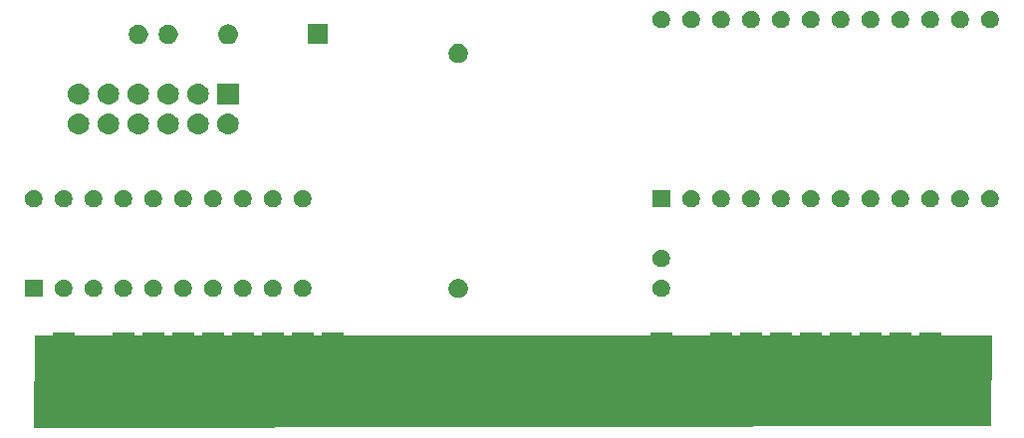
<source format=gts>
G04 #@! TF.GenerationSoftware,KiCad,Pcbnew,(5.1.4)-1*
G04 #@! TF.CreationDate,2020-05-29T14:17:48+02:00*
G04 #@! TF.ProjectId,RTC8088,52544338-3038-4382-9e6b-696361645f70,rev?*
G04 #@! TF.SameCoordinates,Original*
G04 #@! TF.FileFunction,Soldermask,Top*
G04 #@! TF.FilePolarity,Negative*
%FSLAX46Y46*%
G04 Gerber Fmt 4.6, Leading zero omitted, Abs format (unit mm)*
G04 Created by KiCad (PCBNEW (5.1.4)-1) date 2020-05-29 14:17:48*
%MOMM*%
%LPD*%
G04 APERTURE LIST*
%ADD10C,0.100000*%
G04 APERTURE END LIST*
D10*
G36*
X186690000Y-106934000D02*
G01*
X105410000Y-107061000D01*
X105537000Y-99314000D01*
X186817000Y-99314000D01*
X186690000Y-106934000D01*
G37*
X186690000Y-106934000D02*
X105410000Y-107061000D01*
X105537000Y-99314000D01*
X186817000Y-99314000D01*
X186690000Y-106934000D01*
G36*
X182550000Y-106731000D02*
G01*
X180670000Y-106731000D01*
X180670000Y-99009000D01*
X182550000Y-99009000D01*
X182550000Y-106731000D01*
X182550000Y-106731000D01*
G37*
G36*
X131750000Y-106731000D02*
G01*
X129870000Y-106731000D01*
X129870000Y-99009000D01*
X131750000Y-99009000D01*
X131750000Y-106731000D01*
X131750000Y-106731000D01*
G37*
G36*
X164770000Y-106731000D02*
G01*
X162890000Y-106731000D01*
X162890000Y-99009000D01*
X164770000Y-99009000D01*
X164770000Y-106731000D01*
X164770000Y-106731000D01*
G37*
G36*
X167310000Y-106731000D02*
G01*
X165430000Y-106731000D01*
X165430000Y-99009000D01*
X167310000Y-99009000D01*
X167310000Y-106731000D01*
X167310000Y-106731000D01*
G37*
G36*
X169850000Y-106731000D02*
G01*
X167970000Y-106731000D01*
X167970000Y-99009000D01*
X169850000Y-99009000D01*
X169850000Y-106731000D01*
X169850000Y-106731000D01*
G37*
G36*
X172390000Y-106731000D02*
G01*
X170510000Y-106731000D01*
X170510000Y-99009000D01*
X172390000Y-99009000D01*
X172390000Y-106731000D01*
X172390000Y-106731000D01*
G37*
G36*
X174930000Y-106731000D02*
G01*
X173050000Y-106731000D01*
X173050000Y-99009000D01*
X174930000Y-99009000D01*
X174930000Y-106731000D01*
X174930000Y-106731000D01*
G37*
G36*
X177470000Y-106731000D02*
G01*
X175590000Y-106731000D01*
X175590000Y-99009000D01*
X177470000Y-99009000D01*
X177470000Y-106731000D01*
X177470000Y-106731000D01*
G37*
G36*
X159690000Y-106731000D02*
G01*
X157810000Y-106731000D01*
X157810000Y-99009000D01*
X159690000Y-99009000D01*
X159690000Y-106731000D01*
X159690000Y-106731000D01*
G37*
G36*
X180010000Y-106731000D02*
G01*
X178130000Y-106731000D01*
X178130000Y-99009000D01*
X180010000Y-99009000D01*
X180010000Y-106731000D01*
X180010000Y-106731000D01*
G37*
G36*
X126670000Y-106731000D02*
G01*
X124790000Y-106731000D01*
X124790000Y-99009000D01*
X126670000Y-99009000D01*
X126670000Y-106731000D01*
X126670000Y-106731000D01*
G37*
G36*
X124130000Y-106731000D02*
G01*
X122250000Y-106731000D01*
X122250000Y-99009000D01*
X124130000Y-99009000D01*
X124130000Y-106731000D01*
X124130000Y-106731000D01*
G37*
G36*
X121590000Y-106731000D02*
G01*
X119710000Y-106731000D01*
X119710000Y-99009000D01*
X121590000Y-99009000D01*
X121590000Y-106731000D01*
X121590000Y-106731000D01*
G37*
G36*
X119050000Y-106731000D02*
G01*
X117170000Y-106731000D01*
X117170000Y-99009000D01*
X119050000Y-99009000D01*
X119050000Y-106731000D01*
X119050000Y-106731000D01*
G37*
G36*
X116510000Y-106731000D02*
G01*
X114630000Y-106731000D01*
X114630000Y-99009000D01*
X116510000Y-99009000D01*
X116510000Y-106731000D01*
X116510000Y-106731000D01*
G37*
G36*
X113970000Y-106731000D02*
G01*
X112090000Y-106731000D01*
X112090000Y-99009000D01*
X113970000Y-99009000D01*
X113970000Y-106731000D01*
X113970000Y-106731000D01*
G37*
G36*
X108890000Y-106731000D02*
G01*
X107010000Y-106731000D01*
X107010000Y-99009000D01*
X108890000Y-99009000D01*
X108890000Y-106731000D01*
X108890000Y-106731000D01*
G37*
G36*
X129210000Y-106731000D02*
G01*
X127330000Y-106731000D01*
X127330000Y-99009000D01*
X129210000Y-99009000D01*
X129210000Y-106731000D01*
X129210000Y-106731000D01*
G37*
G36*
X141721948Y-94498722D02*
G01*
X141869907Y-94560009D01*
X142003061Y-94648979D01*
X142116307Y-94762225D01*
X142205277Y-94895379D01*
X142266564Y-95043338D01*
X142297806Y-95200405D01*
X142297806Y-95360555D01*
X142266564Y-95517622D01*
X142205277Y-95665581D01*
X142116307Y-95798735D01*
X142003061Y-95911981D01*
X141869907Y-96000951D01*
X141721948Y-96062238D01*
X141564881Y-96093480D01*
X141404731Y-96093480D01*
X141247664Y-96062238D01*
X141099705Y-96000951D01*
X140966551Y-95911981D01*
X140853305Y-95798735D01*
X140764335Y-95665581D01*
X140703048Y-95517622D01*
X140671806Y-95360555D01*
X140671806Y-95200405D01*
X140703048Y-95043338D01*
X140764335Y-94895379D01*
X140853305Y-94762225D01*
X140966551Y-94648979D01*
X141099705Y-94560009D01*
X141247664Y-94498722D01*
X141404731Y-94467480D01*
X141564881Y-94467480D01*
X141721948Y-94498722D01*
X141721948Y-94498722D01*
G37*
G36*
X115664425Y-94504599D02*
G01*
X115788621Y-94529302D01*
X115925022Y-94585801D01*
X116047779Y-94667825D01*
X116152175Y-94772221D01*
X116234199Y-94894978D01*
X116290698Y-95031379D01*
X116319500Y-95176181D01*
X116319500Y-95323819D01*
X116290698Y-95468621D01*
X116234199Y-95605022D01*
X116152175Y-95727779D01*
X116047779Y-95832175D01*
X115925022Y-95914199D01*
X115788621Y-95970698D01*
X115664425Y-95995401D01*
X115643820Y-95999500D01*
X115496180Y-95999500D01*
X115475575Y-95995401D01*
X115351379Y-95970698D01*
X115214978Y-95914199D01*
X115092221Y-95832175D01*
X114987825Y-95727779D01*
X114905801Y-95605022D01*
X114849302Y-95468621D01*
X114820500Y-95323819D01*
X114820500Y-95176181D01*
X114849302Y-95031379D01*
X114905801Y-94894978D01*
X114987825Y-94772221D01*
X115092221Y-94667825D01*
X115214978Y-94585801D01*
X115351379Y-94529302D01*
X115475575Y-94504599D01*
X115496180Y-94500500D01*
X115643820Y-94500500D01*
X115664425Y-94504599D01*
X115664425Y-94504599D01*
G37*
G36*
X123284425Y-94504599D02*
G01*
X123408621Y-94529302D01*
X123545022Y-94585801D01*
X123667779Y-94667825D01*
X123772175Y-94772221D01*
X123854199Y-94894978D01*
X123910698Y-95031379D01*
X123939500Y-95176181D01*
X123939500Y-95323819D01*
X123910698Y-95468621D01*
X123854199Y-95605022D01*
X123772175Y-95727779D01*
X123667779Y-95832175D01*
X123545022Y-95914199D01*
X123408621Y-95970698D01*
X123284425Y-95995401D01*
X123263820Y-95999500D01*
X123116180Y-95999500D01*
X123095575Y-95995401D01*
X122971379Y-95970698D01*
X122834978Y-95914199D01*
X122712221Y-95832175D01*
X122607825Y-95727779D01*
X122525801Y-95605022D01*
X122469302Y-95468621D01*
X122440500Y-95323819D01*
X122440500Y-95176181D01*
X122469302Y-95031379D01*
X122525801Y-94894978D01*
X122607825Y-94772221D01*
X122712221Y-94667825D01*
X122834978Y-94585801D01*
X122971379Y-94529302D01*
X123095575Y-94504599D01*
X123116180Y-94500500D01*
X123263820Y-94500500D01*
X123284425Y-94504599D01*
X123284425Y-94504599D01*
G37*
G36*
X120744425Y-94504599D02*
G01*
X120868621Y-94529302D01*
X121005022Y-94585801D01*
X121127779Y-94667825D01*
X121232175Y-94772221D01*
X121314199Y-94894978D01*
X121370698Y-95031379D01*
X121399500Y-95176181D01*
X121399500Y-95323819D01*
X121370698Y-95468621D01*
X121314199Y-95605022D01*
X121232175Y-95727779D01*
X121127779Y-95832175D01*
X121005022Y-95914199D01*
X120868621Y-95970698D01*
X120744425Y-95995401D01*
X120723820Y-95999500D01*
X120576180Y-95999500D01*
X120555575Y-95995401D01*
X120431379Y-95970698D01*
X120294978Y-95914199D01*
X120172221Y-95832175D01*
X120067825Y-95727779D01*
X119985801Y-95605022D01*
X119929302Y-95468621D01*
X119900500Y-95323819D01*
X119900500Y-95176181D01*
X119929302Y-95031379D01*
X119985801Y-94894978D01*
X120067825Y-94772221D01*
X120172221Y-94667825D01*
X120294978Y-94585801D01*
X120431379Y-94529302D01*
X120555575Y-94504599D01*
X120576180Y-94500500D01*
X120723820Y-94500500D01*
X120744425Y-94504599D01*
X120744425Y-94504599D01*
G37*
G36*
X118204425Y-94504599D02*
G01*
X118328621Y-94529302D01*
X118465022Y-94585801D01*
X118587779Y-94667825D01*
X118692175Y-94772221D01*
X118774199Y-94894978D01*
X118830698Y-95031379D01*
X118859500Y-95176181D01*
X118859500Y-95323819D01*
X118830698Y-95468621D01*
X118774199Y-95605022D01*
X118692175Y-95727779D01*
X118587779Y-95832175D01*
X118465022Y-95914199D01*
X118328621Y-95970698D01*
X118204425Y-95995401D01*
X118183820Y-95999500D01*
X118036180Y-95999500D01*
X118015575Y-95995401D01*
X117891379Y-95970698D01*
X117754978Y-95914199D01*
X117632221Y-95832175D01*
X117527825Y-95727779D01*
X117445801Y-95605022D01*
X117389302Y-95468621D01*
X117360500Y-95323819D01*
X117360500Y-95176181D01*
X117389302Y-95031379D01*
X117445801Y-94894978D01*
X117527825Y-94772221D01*
X117632221Y-94667825D01*
X117754978Y-94585801D01*
X117891379Y-94529302D01*
X118015575Y-94504599D01*
X118036180Y-94500500D01*
X118183820Y-94500500D01*
X118204425Y-94504599D01*
X118204425Y-94504599D01*
G37*
G36*
X113124425Y-94504599D02*
G01*
X113248621Y-94529302D01*
X113385022Y-94585801D01*
X113507779Y-94667825D01*
X113612175Y-94772221D01*
X113694199Y-94894978D01*
X113750698Y-95031379D01*
X113779500Y-95176181D01*
X113779500Y-95323819D01*
X113750698Y-95468621D01*
X113694199Y-95605022D01*
X113612175Y-95727779D01*
X113507779Y-95832175D01*
X113385022Y-95914199D01*
X113248621Y-95970698D01*
X113124425Y-95995401D01*
X113103820Y-95999500D01*
X112956180Y-95999500D01*
X112935575Y-95995401D01*
X112811379Y-95970698D01*
X112674978Y-95914199D01*
X112552221Y-95832175D01*
X112447825Y-95727779D01*
X112365801Y-95605022D01*
X112309302Y-95468621D01*
X112280500Y-95323819D01*
X112280500Y-95176181D01*
X112309302Y-95031379D01*
X112365801Y-94894978D01*
X112447825Y-94772221D01*
X112552221Y-94667825D01*
X112674978Y-94585801D01*
X112811379Y-94529302D01*
X112935575Y-94504599D01*
X112956180Y-94500500D01*
X113103820Y-94500500D01*
X113124425Y-94504599D01*
X113124425Y-94504599D01*
G37*
G36*
X108044425Y-94504599D02*
G01*
X108168621Y-94529302D01*
X108305022Y-94585801D01*
X108427779Y-94667825D01*
X108532175Y-94772221D01*
X108614199Y-94894978D01*
X108670698Y-95031379D01*
X108699500Y-95176181D01*
X108699500Y-95323819D01*
X108670698Y-95468621D01*
X108614199Y-95605022D01*
X108532175Y-95727779D01*
X108427779Y-95832175D01*
X108305022Y-95914199D01*
X108168621Y-95970698D01*
X108044425Y-95995401D01*
X108023820Y-95999500D01*
X107876180Y-95999500D01*
X107855575Y-95995401D01*
X107731379Y-95970698D01*
X107594978Y-95914199D01*
X107472221Y-95832175D01*
X107367825Y-95727779D01*
X107285801Y-95605022D01*
X107229302Y-95468621D01*
X107200500Y-95323819D01*
X107200500Y-95176181D01*
X107229302Y-95031379D01*
X107285801Y-94894978D01*
X107367825Y-94772221D01*
X107472221Y-94667825D01*
X107594978Y-94585801D01*
X107731379Y-94529302D01*
X107855575Y-94504599D01*
X107876180Y-94500500D01*
X108023820Y-94500500D01*
X108044425Y-94504599D01*
X108044425Y-94504599D01*
G37*
G36*
X106159500Y-95999500D02*
G01*
X104660500Y-95999500D01*
X104660500Y-94500500D01*
X106159500Y-94500500D01*
X106159500Y-95999500D01*
X106159500Y-95999500D01*
G37*
G36*
X158844425Y-94504599D02*
G01*
X158968621Y-94529302D01*
X159105022Y-94585801D01*
X159227779Y-94667825D01*
X159332175Y-94772221D01*
X159414199Y-94894978D01*
X159470698Y-95031379D01*
X159499500Y-95176181D01*
X159499500Y-95323819D01*
X159470698Y-95468621D01*
X159414199Y-95605022D01*
X159332175Y-95727779D01*
X159227779Y-95832175D01*
X159105022Y-95914199D01*
X158968621Y-95970698D01*
X158844425Y-95995401D01*
X158823820Y-95999500D01*
X158676180Y-95999500D01*
X158655575Y-95995401D01*
X158531379Y-95970698D01*
X158394978Y-95914199D01*
X158272221Y-95832175D01*
X158167825Y-95727779D01*
X158085801Y-95605022D01*
X158029302Y-95468621D01*
X158000500Y-95323819D01*
X158000500Y-95176181D01*
X158029302Y-95031379D01*
X158085801Y-94894978D01*
X158167825Y-94772221D01*
X158272221Y-94667825D01*
X158394978Y-94585801D01*
X158531379Y-94529302D01*
X158655575Y-94504599D01*
X158676180Y-94500500D01*
X158823820Y-94500500D01*
X158844425Y-94504599D01*
X158844425Y-94504599D01*
G37*
G36*
X125824425Y-94504599D02*
G01*
X125948621Y-94529302D01*
X126085022Y-94585801D01*
X126207779Y-94667825D01*
X126312175Y-94772221D01*
X126394199Y-94894978D01*
X126450698Y-95031379D01*
X126479500Y-95176181D01*
X126479500Y-95323819D01*
X126450698Y-95468621D01*
X126394199Y-95605022D01*
X126312175Y-95727779D01*
X126207779Y-95832175D01*
X126085022Y-95914199D01*
X125948621Y-95970698D01*
X125824425Y-95995401D01*
X125803820Y-95999500D01*
X125656180Y-95999500D01*
X125635575Y-95995401D01*
X125511379Y-95970698D01*
X125374978Y-95914199D01*
X125252221Y-95832175D01*
X125147825Y-95727779D01*
X125065801Y-95605022D01*
X125009302Y-95468621D01*
X124980500Y-95323819D01*
X124980500Y-95176181D01*
X125009302Y-95031379D01*
X125065801Y-94894978D01*
X125147825Y-94772221D01*
X125252221Y-94667825D01*
X125374978Y-94585801D01*
X125511379Y-94529302D01*
X125635575Y-94504599D01*
X125656180Y-94500500D01*
X125803820Y-94500500D01*
X125824425Y-94504599D01*
X125824425Y-94504599D01*
G37*
G36*
X128364425Y-94504599D02*
G01*
X128488621Y-94529302D01*
X128625022Y-94585801D01*
X128747779Y-94667825D01*
X128852175Y-94772221D01*
X128934199Y-94894978D01*
X128990698Y-95031379D01*
X129019500Y-95176181D01*
X129019500Y-95323819D01*
X128990698Y-95468621D01*
X128934199Y-95605022D01*
X128852175Y-95727779D01*
X128747779Y-95832175D01*
X128625022Y-95914199D01*
X128488621Y-95970698D01*
X128364425Y-95995401D01*
X128343820Y-95999500D01*
X128196180Y-95999500D01*
X128175575Y-95995401D01*
X128051379Y-95970698D01*
X127914978Y-95914199D01*
X127792221Y-95832175D01*
X127687825Y-95727779D01*
X127605801Y-95605022D01*
X127549302Y-95468621D01*
X127520500Y-95323819D01*
X127520500Y-95176181D01*
X127549302Y-95031379D01*
X127605801Y-94894978D01*
X127687825Y-94772221D01*
X127792221Y-94667825D01*
X127914978Y-94585801D01*
X128051379Y-94529302D01*
X128175575Y-94504599D01*
X128196180Y-94500500D01*
X128343820Y-94500500D01*
X128364425Y-94504599D01*
X128364425Y-94504599D01*
G37*
G36*
X110584425Y-94504599D02*
G01*
X110708621Y-94529302D01*
X110845022Y-94585801D01*
X110967779Y-94667825D01*
X111072175Y-94772221D01*
X111154199Y-94894978D01*
X111210698Y-95031379D01*
X111239500Y-95176181D01*
X111239500Y-95323819D01*
X111210698Y-95468621D01*
X111154199Y-95605022D01*
X111072175Y-95727779D01*
X110967779Y-95832175D01*
X110845022Y-95914199D01*
X110708621Y-95970698D01*
X110584425Y-95995401D01*
X110563820Y-95999500D01*
X110416180Y-95999500D01*
X110395575Y-95995401D01*
X110271379Y-95970698D01*
X110134978Y-95914199D01*
X110012221Y-95832175D01*
X109907825Y-95727779D01*
X109825801Y-95605022D01*
X109769302Y-95468621D01*
X109740500Y-95323819D01*
X109740500Y-95176181D01*
X109769302Y-95031379D01*
X109825801Y-94894978D01*
X109907825Y-94772221D01*
X110012221Y-94667825D01*
X110134978Y-94585801D01*
X110271379Y-94529302D01*
X110395575Y-94504599D01*
X110416180Y-94500500D01*
X110563820Y-94500500D01*
X110584425Y-94504599D01*
X110584425Y-94504599D01*
G37*
G36*
X158844425Y-91964599D02*
G01*
X158968621Y-91989302D01*
X159105022Y-92045801D01*
X159227779Y-92127825D01*
X159332175Y-92232221D01*
X159414199Y-92354978D01*
X159470698Y-92491379D01*
X159499500Y-92636181D01*
X159499500Y-92783819D01*
X159470698Y-92928621D01*
X159414199Y-93065022D01*
X159332175Y-93187779D01*
X159227779Y-93292175D01*
X159105022Y-93374199D01*
X158968621Y-93430698D01*
X158844425Y-93455401D01*
X158823820Y-93459500D01*
X158676180Y-93459500D01*
X158655575Y-93455401D01*
X158531379Y-93430698D01*
X158394978Y-93374199D01*
X158272221Y-93292175D01*
X158167825Y-93187779D01*
X158085801Y-93065022D01*
X158029302Y-92928621D01*
X158000500Y-92783819D01*
X158000500Y-92636181D01*
X158029302Y-92491379D01*
X158085801Y-92354978D01*
X158167825Y-92232221D01*
X158272221Y-92127825D01*
X158394978Y-92045801D01*
X158531379Y-91989302D01*
X158655575Y-91964599D01*
X158676180Y-91960500D01*
X158823820Y-91960500D01*
X158844425Y-91964599D01*
X158844425Y-91964599D01*
G37*
G36*
X128364425Y-86884599D02*
G01*
X128488621Y-86909302D01*
X128625022Y-86965801D01*
X128747779Y-87047825D01*
X128852175Y-87152221D01*
X128934199Y-87274978D01*
X128990698Y-87411379D01*
X129019500Y-87556181D01*
X129019500Y-87703819D01*
X128990698Y-87848621D01*
X128934199Y-87985022D01*
X128852175Y-88107779D01*
X128747779Y-88212175D01*
X128625022Y-88294199D01*
X128488621Y-88350698D01*
X128364425Y-88375401D01*
X128343820Y-88379500D01*
X128196180Y-88379500D01*
X128175575Y-88375401D01*
X128051379Y-88350698D01*
X127914978Y-88294199D01*
X127792221Y-88212175D01*
X127687825Y-88107779D01*
X127605801Y-87985022D01*
X127549302Y-87848621D01*
X127520500Y-87703819D01*
X127520500Y-87556181D01*
X127549302Y-87411379D01*
X127605801Y-87274978D01*
X127687825Y-87152221D01*
X127792221Y-87047825D01*
X127914978Y-86965801D01*
X128051379Y-86909302D01*
X128175575Y-86884599D01*
X128196180Y-86880500D01*
X128343820Y-86880500D01*
X128364425Y-86884599D01*
X128364425Y-86884599D01*
G37*
G36*
X159499500Y-88379500D02*
G01*
X158000500Y-88379500D01*
X158000500Y-86880500D01*
X159499500Y-86880500D01*
X159499500Y-88379500D01*
X159499500Y-88379500D01*
G37*
G36*
X161384425Y-86884599D02*
G01*
X161508621Y-86909302D01*
X161645022Y-86965801D01*
X161767779Y-87047825D01*
X161872175Y-87152221D01*
X161954199Y-87274978D01*
X162010698Y-87411379D01*
X162039500Y-87556181D01*
X162039500Y-87703819D01*
X162010698Y-87848621D01*
X161954199Y-87985022D01*
X161872175Y-88107779D01*
X161767779Y-88212175D01*
X161645022Y-88294199D01*
X161508621Y-88350698D01*
X161384425Y-88375401D01*
X161363820Y-88379500D01*
X161216180Y-88379500D01*
X161195575Y-88375401D01*
X161071379Y-88350698D01*
X160934978Y-88294199D01*
X160812221Y-88212175D01*
X160707825Y-88107779D01*
X160625801Y-87985022D01*
X160569302Y-87848621D01*
X160540500Y-87703819D01*
X160540500Y-87556181D01*
X160569302Y-87411379D01*
X160625801Y-87274978D01*
X160707825Y-87152221D01*
X160812221Y-87047825D01*
X160934978Y-86965801D01*
X161071379Y-86909302D01*
X161195575Y-86884599D01*
X161216180Y-86880500D01*
X161363820Y-86880500D01*
X161384425Y-86884599D01*
X161384425Y-86884599D01*
G37*
G36*
X163924425Y-86884599D02*
G01*
X164048621Y-86909302D01*
X164185022Y-86965801D01*
X164307779Y-87047825D01*
X164412175Y-87152221D01*
X164494199Y-87274978D01*
X164550698Y-87411379D01*
X164579500Y-87556181D01*
X164579500Y-87703819D01*
X164550698Y-87848621D01*
X164494199Y-87985022D01*
X164412175Y-88107779D01*
X164307779Y-88212175D01*
X164185022Y-88294199D01*
X164048621Y-88350698D01*
X163924425Y-88375401D01*
X163903820Y-88379500D01*
X163756180Y-88379500D01*
X163735575Y-88375401D01*
X163611379Y-88350698D01*
X163474978Y-88294199D01*
X163352221Y-88212175D01*
X163247825Y-88107779D01*
X163165801Y-87985022D01*
X163109302Y-87848621D01*
X163080500Y-87703819D01*
X163080500Y-87556181D01*
X163109302Y-87411379D01*
X163165801Y-87274978D01*
X163247825Y-87152221D01*
X163352221Y-87047825D01*
X163474978Y-86965801D01*
X163611379Y-86909302D01*
X163735575Y-86884599D01*
X163756180Y-86880500D01*
X163903820Y-86880500D01*
X163924425Y-86884599D01*
X163924425Y-86884599D01*
G37*
G36*
X169004425Y-86884599D02*
G01*
X169128621Y-86909302D01*
X169265022Y-86965801D01*
X169387779Y-87047825D01*
X169492175Y-87152221D01*
X169574199Y-87274978D01*
X169630698Y-87411379D01*
X169659500Y-87556181D01*
X169659500Y-87703819D01*
X169630698Y-87848621D01*
X169574199Y-87985022D01*
X169492175Y-88107779D01*
X169387779Y-88212175D01*
X169265022Y-88294199D01*
X169128621Y-88350698D01*
X169004425Y-88375401D01*
X168983820Y-88379500D01*
X168836180Y-88379500D01*
X168815575Y-88375401D01*
X168691379Y-88350698D01*
X168554978Y-88294199D01*
X168432221Y-88212175D01*
X168327825Y-88107779D01*
X168245801Y-87985022D01*
X168189302Y-87848621D01*
X168160500Y-87703819D01*
X168160500Y-87556181D01*
X168189302Y-87411379D01*
X168245801Y-87274978D01*
X168327825Y-87152221D01*
X168432221Y-87047825D01*
X168554978Y-86965801D01*
X168691379Y-86909302D01*
X168815575Y-86884599D01*
X168836180Y-86880500D01*
X168983820Y-86880500D01*
X169004425Y-86884599D01*
X169004425Y-86884599D01*
G37*
G36*
X171544425Y-86884599D02*
G01*
X171668621Y-86909302D01*
X171805022Y-86965801D01*
X171927779Y-87047825D01*
X172032175Y-87152221D01*
X172114199Y-87274978D01*
X172170698Y-87411379D01*
X172199500Y-87556181D01*
X172199500Y-87703819D01*
X172170698Y-87848621D01*
X172114199Y-87985022D01*
X172032175Y-88107779D01*
X171927779Y-88212175D01*
X171805022Y-88294199D01*
X171668621Y-88350698D01*
X171544425Y-88375401D01*
X171523820Y-88379500D01*
X171376180Y-88379500D01*
X171355575Y-88375401D01*
X171231379Y-88350698D01*
X171094978Y-88294199D01*
X170972221Y-88212175D01*
X170867825Y-88107779D01*
X170785801Y-87985022D01*
X170729302Y-87848621D01*
X170700500Y-87703819D01*
X170700500Y-87556181D01*
X170729302Y-87411379D01*
X170785801Y-87274978D01*
X170867825Y-87152221D01*
X170972221Y-87047825D01*
X171094978Y-86965801D01*
X171231379Y-86909302D01*
X171355575Y-86884599D01*
X171376180Y-86880500D01*
X171523820Y-86880500D01*
X171544425Y-86884599D01*
X171544425Y-86884599D01*
G37*
G36*
X176624425Y-86884599D02*
G01*
X176748621Y-86909302D01*
X176885022Y-86965801D01*
X177007779Y-87047825D01*
X177112175Y-87152221D01*
X177194199Y-87274978D01*
X177250698Y-87411379D01*
X177279500Y-87556181D01*
X177279500Y-87703819D01*
X177250698Y-87848621D01*
X177194199Y-87985022D01*
X177112175Y-88107779D01*
X177007779Y-88212175D01*
X176885022Y-88294199D01*
X176748621Y-88350698D01*
X176624425Y-88375401D01*
X176603820Y-88379500D01*
X176456180Y-88379500D01*
X176435575Y-88375401D01*
X176311379Y-88350698D01*
X176174978Y-88294199D01*
X176052221Y-88212175D01*
X175947825Y-88107779D01*
X175865801Y-87985022D01*
X175809302Y-87848621D01*
X175780500Y-87703819D01*
X175780500Y-87556181D01*
X175809302Y-87411379D01*
X175865801Y-87274978D01*
X175947825Y-87152221D01*
X176052221Y-87047825D01*
X176174978Y-86965801D01*
X176311379Y-86909302D01*
X176435575Y-86884599D01*
X176456180Y-86880500D01*
X176603820Y-86880500D01*
X176624425Y-86884599D01*
X176624425Y-86884599D01*
G37*
G36*
X179164425Y-86884599D02*
G01*
X179288621Y-86909302D01*
X179425022Y-86965801D01*
X179547779Y-87047825D01*
X179652175Y-87152221D01*
X179734199Y-87274978D01*
X179790698Y-87411379D01*
X179819500Y-87556181D01*
X179819500Y-87703819D01*
X179790698Y-87848621D01*
X179734199Y-87985022D01*
X179652175Y-88107779D01*
X179547779Y-88212175D01*
X179425022Y-88294199D01*
X179288621Y-88350698D01*
X179164425Y-88375401D01*
X179143820Y-88379500D01*
X178996180Y-88379500D01*
X178975575Y-88375401D01*
X178851379Y-88350698D01*
X178714978Y-88294199D01*
X178592221Y-88212175D01*
X178487825Y-88107779D01*
X178405801Y-87985022D01*
X178349302Y-87848621D01*
X178320500Y-87703819D01*
X178320500Y-87556181D01*
X178349302Y-87411379D01*
X178405801Y-87274978D01*
X178487825Y-87152221D01*
X178592221Y-87047825D01*
X178714978Y-86965801D01*
X178851379Y-86909302D01*
X178975575Y-86884599D01*
X178996180Y-86880500D01*
X179143820Y-86880500D01*
X179164425Y-86884599D01*
X179164425Y-86884599D01*
G37*
G36*
X181704425Y-86884599D02*
G01*
X181828621Y-86909302D01*
X181965022Y-86965801D01*
X182087779Y-87047825D01*
X182192175Y-87152221D01*
X182274199Y-87274978D01*
X182330698Y-87411379D01*
X182359500Y-87556181D01*
X182359500Y-87703819D01*
X182330698Y-87848621D01*
X182274199Y-87985022D01*
X182192175Y-88107779D01*
X182087779Y-88212175D01*
X181965022Y-88294199D01*
X181828621Y-88350698D01*
X181704425Y-88375401D01*
X181683820Y-88379500D01*
X181536180Y-88379500D01*
X181515575Y-88375401D01*
X181391379Y-88350698D01*
X181254978Y-88294199D01*
X181132221Y-88212175D01*
X181027825Y-88107779D01*
X180945801Y-87985022D01*
X180889302Y-87848621D01*
X180860500Y-87703819D01*
X180860500Y-87556181D01*
X180889302Y-87411379D01*
X180945801Y-87274978D01*
X181027825Y-87152221D01*
X181132221Y-87047825D01*
X181254978Y-86965801D01*
X181391379Y-86909302D01*
X181515575Y-86884599D01*
X181536180Y-86880500D01*
X181683820Y-86880500D01*
X181704425Y-86884599D01*
X181704425Y-86884599D01*
G37*
G36*
X184244425Y-86884599D02*
G01*
X184368621Y-86909302D01*
X184505022Y-86965801D01*
X184627779Y-87047825D01*
X184732175Y-87152221D01*
X184814199Y-87274978D01*
X184870698Y-87411379D01*
X184899500Y-87556181D01*
X184899500Y-87703819D01*
X184870698Y-87848621D01*
X184814199Y-87985022D01*
X184732175Y-88107779D01*
X184627779Y-88212175D01*
X184505022Y-88294199D01*
X184368621Y-88350698D01*
X184244425Y-88375401D01*
X184223820Y-88379500D01*
X184076180Y-88379500D01*
X184055575Y-88375401D01*
X183931379Y-88350698D01*
X183794978Y-88294199D01*
X183672221Y-88212175D01*
X183567825Y-88107779D01*
X183485801Y-87985022D01*
X183429302Y-87848621D01*
X183400500Y-87703819D01*
X183400500Y-87556181D01*
X183429302Y-87411379D01*
X183485801Y-87274978D01*
X183567825Y-87152221D01*
X183672221Y-87047825D01*
X183794978Y-86965801D01*
X183931379Y-86909302D01*
X184055575Y-86884599D01*
X184076180Y-86880500D01*
X184223820Y-86880500D01*
X184244425Y-86884599D01*
X184244425Y-86884599D01*
G37*
G36*
X186784425Y-86884599D02*
G01*
X186908621Y-86909302D01*
X187045022Y-86965801D01*
X187167779Y-87047825D01*
X187272175Y-87152221D01*
X187354199Y-87274978D01*
X187410698Y-87411379D01*
X187439500Y-87556181D01*
X187439500Y-87703819D01*
X187410698Y-87848621D01*
X187354199Y-87985022D01*
X187272175Y-88107779D01*
X187167779Y-88212175D01*
X187045022Y-88294199D01*
X186908621Y-88350698D01*
X186784425Y-88375401D01*
X186763820Y-88379500D01*
X186616180Y-88379500D01*
X186595575Y-88375401D01*
X186471379Y-88350698D01*
X186334978Y-88294199D01*
X186212221Y-88212175D01*
X186107825Y-88107779D01*
X186025801Y-87985022D01*
X185969302Y-87848621D01*
X185940500Y-87703819D01*
X185940500Y-87556181D01*
X185969302Y-87411379D01*
X186025801Y-87274978D01*
X186107825Y-87152221D01*
X186212221Y-87047825D01*
X186334978Y-86965801D01*
X186471379Y-86909302D01*
X186595575Y-86884599D01*
X186616180Y-86880500D01*
X186763820Y-86880500D01*
X186784425Y-86884599D01*
X186784425Y-86884599D01*
G37*
G36*
X174084425Y-86884599D02*
G01*
X174208621Y-86909302D01*
X174345022Y-86965801D01*
X174467779Y-87047825D01*
X174572175Y-87152221D01*
X174654199Y-87274978D01*
X174710698Y-87411379D01*
X174739500Y-87556181D01*
X174739500Y-87703819D01*
X174710698Y-87848621D01*
X174654199Y-87985022D01*
X174572175Y-88107779D01*
X174467779Y-88212175D01*
X174345022Y-88294199D01*
X174208621Y-88350698D01*
X174084425Y-88375401D01*
X174063820Y-88379500D01*
X173916180Y-88379500D01*
X173895575Y-88375401D01*
X173771379Y-88350698D01*
X173634978Y-88294199D01*
X173512221Y-88212175D01*
X173407825Y-88107779D01*
X173325801Y-87985022D01*
X173269302Y-87848621D01*
X173240500Y-87703819D01*
X173240500Y-87556181D01*
X173269302Y-87411379D01*
X173325801Y-87274978D01*
X173407825Y-87152221D01*
X173512221Y-87047825D01*
X173634978Y-86965801D01*
X173771379Y-86909302D01*
X173895575Y-86884599D01*
X173916180Y-86880500D01*
X174063820Y-86880500D01*
X174084425Y-86884599D01*
X174084425Y-86884599D01*
G37*
G36*
X166464425Y-86884599D02*
G01*
X166588621Y-86909302D01*
X166725022Y-86965801D01*
X166847779Y-87047825D01*
X166952175Y-87152221D01*
X167034199Y-87274978D01*
X167090698Y-87411379D01*
X167119500Y-87556181D01*
X167119500Y-87703819D01*
X167090698Y-87848621D01*
X167034199Y-87985022D01*
X166952175Y-88107779D01*
X166847779Y-88212175D01*
X166725022Y-88294199D01*
X166588621Y-88350698D01*
X166464425Y-88375401D01*
X166443820Y-88379500D01*
X166296180Y-88379500D01*
X166275575Y-88375401D01*
X166151379Y-88350698D01*
X166014978Y-88294199D01*
X165892221Y-88212175D01*
X165787825Y-88107779D01*
X165705801Y-87985022D01*
X165649302Y-87848621D01*
X165620500Y-87703819D01*
X165620500Y-87556181D01*
X165649302Y-87411379D01*
X165705801Y-87274978D01*
X165787825Y-87152221D01*
X165892221Y-87047825D01*
X166014978Y-86965801D01*
X166151379Y-86909302D01*
X166275575Y-86884599D01*
X166296180Y-86880500D01*
X166443820Y-86880500D01*
X166464425Y-86884599D01*
X166464425Y-86884599D01*
G37*
G36*
X105504425Y-86884599D02*
G01*
X105628621Y-86909302D01*
X105765022Y-86965801D01*
X105887779Y-87047825D01*
X105992175Y-87152221D01*
X106074199Y-87274978D01*
X106130698Y-87411379D01*
X106159500Y-87556181D01*
X106159500Y-87703819D01*
X106130698Y-87848621D01*
X106074199Y-87985022D01*
X105992175Y-88107779D01*
X105887779Y-88212175D01*
X105765022Y-88294199D01*
X105628621Y-88350698D01*
X105504425Y-88375401D01*
X105483820Y-88379500D01*
X105336180Y-88379500D01*
X105315575Y-88375401D01*
X105191379Y-88350698D01*
X105054978Y-88294199D01*
X104932221Y-88212175D01*
X104827825Y-88107779D01*
X104745801Y-87985022D01*
X104689302Y-87848621D01*
X104660500Y-87703819D01*
X104660500Y-87556181D01*
X104689302Y-87411379D01*
X104745801Y-87274978D01*
X104827825Y-87152221D01*
X104932221Y-87047825D01*
X105054978Y-86965801D01*
X105191379Y-86909302D01*
X105315575Y-86884599D01*
X105336180Y-86880500D01*
X105483820Y-86880500D01*
X105504425Y-86884599D01*
X105504425Y-86884599D01*
G37*
G36*
X108044425Y-86884599D02*
G01*
X108168621Y-86909302D01*
X108305022Y-86965801D01*
X108427779Y-87047825D01*
X108532175Y-87152221D01*
X108614199Y-87274978D01*
X108670698Y-87411379D01*
X108699500Y-87556181D01*
X108699500Y-87703819D01*
X108670698Y-87848621D01*
X108614199Y-87985022D01*
X108532175Y-88107779D01*
X108427779Y-88212175D01*
X108305022Y-88294199D01*
X108168621Y-88350698D01*
X108044425Y-88375401D01*
X108023820Y-88379500D01*
X107876180Y-88379500D01*
X107855575Y-88375401D01*
X107731379Y-88350698D01*
X107594978Y-88294199D01*
X107472221Y-88212175D01*
X107367825Y-88107779D01*
X107285801Y-87985022D01*
X107229302Y-87848621D01*
X107200500Y-87703819D01*
X107200500Y-87556181D01*
X107229302Y-87411379D01*
X107285801Y-87274978D01*
X107367825Y-87152221D01*
X107472221Y-87047825D01*
X107594978Y-86965801D01*
X107731379Y-86909302D01*
X107855575Y-86884599D01*
X107876180Y-86880500D01*
X108023820Y-86880500D01*
X108044425Y-86884599D01*
X108044425Y-86884599D01*
G37*
G36*
X110584425Y-86884599D02*
G01*
X110708621Y-86909302D01*
X110845022Y-86965801D01*
X110967779Y-87047825D01*
X111072175Y-87152221D01*
X111154199Y-87274978D01*
X111210698Y-87411379D01*
X111239500Y-87556181D01*
X111239500Y-87703819D01*
X111210698Y-87848621D01*
X111154199Y-87985022D01*
X111072175Y-88107779D01*
X110967779Y-88212175D01*
X110845022Y-88294199D01*
X110708621Y-88350698D01*
X110584425Y-88375401D01*
X110563820Y-88379500D01*
X110416180Y-88379500D01*
X110395575Y-88375401D01*
X110271379Y-88350698D01*
X110134978Y-88294199D01*
X110012221Y-88212175D01*
X109907825Y-88107779D01*
X109825801Y-87985022D01*
X109769302Y-87848621D01*
X109740500Y-87703819D01*
X109740500Y-87556181D01*
X109769302Y-87411379D01*
X109825801Y-87274978D01*
X109907825Y-87152221D01*
X110012221Y-87047825D01*
X110134978Y-86965801D01*
X110271379Y-86909302D01*
X110395575Y-86884599D01*
X110416180Y-86880500D01*
X110563820Y-86880500D01*
X110584425Y-86884599D01*
X110584425Y-86884599D01*
G37*
G36*
X113124425Y-86884599D02*
G01*
X113248621Y-86909302D01*
X113385022Y-86965801D01*
X113507779Y-87047825D01*
X113612175Y-87152221D01*
X113694199Y-87274978D01*
X113750698Y-87411379D01*
X113779500Y-87556181D01*
X113779500Y-87703819D01*
X113750698Y-87848621D01*
X113694199Y-87985022D01*
X113612175Y-88107779D01*
X113507779Y-88212175D01*
X113385022Y-88294199D01*
X113248621Y-88350698D01*
X113124425Y-88375401D01*
X113103820Y-88379500D01*
X112956180Y-88379500D01*
X112935575Y-88375401D01*
X112811379Y-88350698D01*
X112674978Y-88294199D01*
X112552221Y-88212175D01*
X112447825Y-88107779D01*
X112365801Y-87985022D01*
X112309302Y-87848621D01*
X112280500Y-87703819D01*
X112280500Y-87556181D01*
X112309302Y-87411379D01*
X112365801Y-87274978D01*
X112447825Y-87152221D01*
X112552221Y-87047825D01*
X112674978Y-86965801D01*
X112811379Y-86909302D01*
X112935575Y-86884599D01*
X112956180Y-86880500D01*
X113103820Y-86880500D01*
X113124425Y-86884599D01*
X113124425Y-86884599D01*
G37*
G36*
X115664425Y-86884599D02*
G01*
X115788621Y-86909302D01*
X115925022Y-86965801D01*
X116047779Y-87047825D01*
X116152175Y-87152221D01*
X116234199Y-87274978D01*
X116290698Y-87411379D01*
X116319500Y-87556181D01*
X116319500Y-87703819D01*
X116290698Y-87848621D01*
X116234199Y-87985022D01*
X116152175Y-88107779D01*
X116047779Y-88212175D01*
X115925022Y-88294199D01*
X115788621Y-88350698D01*
X115664425Y-88375401D01*
X115643820Y-88379500D01*
X115496180Y-88379500D01*
X115475575Y-88375401D01*
X115351379Y-88350698D01*
X115214978Y-88294199D01*
X115092221Y-88212175D01*
X114987825Y-88107779D01*
X114905801Y-87985022D01*
X114849302Y-87848621D01*
X114820500Y-87703819D01*
X114820500Y-87556181D01*
X114849302Y-87411379D01*
X114905801Y-87274978D01*
X114987825Y-87152221D01*
X115092221Y-87047825D01*
X115214978Y-86965801D01*
X115351379Y-86909302D01*
X115475575Y-86884599D01*
X115496180Y-86880500D01*
X115643820Y-86880500D01*
X115664425Y-86884599D01*
X115664425Y-86884599D01*
G37*
G36*
X118204425Y-86884599D02*
G01*
X118328621Y-86909302D01*
X118465022Y-86965801D01*
X118587779Y-87047825D01*
X118692175Y-87152221D01*
X118774199Y-87274978D01*
X118830698Y-87411379D01*
X118859500Y-87556181D01*
X118859500Y-87703819D01*
X118830698Y-87848621D01*
X118774199Y-87985022D01*
X118692175Y-88107779D01*
X118587779Y-88212175D01*
X118465022Y-88294199D01*
X118328621Y-88350698D01*
X118204425Y-88375401D01*
X118183820Y-88379500D01*
X118036180Y-88379500D01*
X118015575Y-88375401D01*
X117891379Y-88350698D01*
X117754978Y-88294199D01*
X117632221Y-88212175D01*
X117527825Y-88107779D01*
X117445801Y-87985022D01*
X117389302Y-87848621D01*
X117360500Y-87703819D01*
X117360500Y-87556181D01*
X117389302Y-87411379D01*
X117445801Y-87274978D01*
X117527825Y-87152221D01*
X117632221Y-87047825D01*
X117754978Y-86965801D01*
X117891379Y-86909302D01*
X118015575Y-86884599D01*
X118036180Y-86880500D01*
X118183820Y-86880500D01*
X118204425Y-86884599D01*
X118204425Y-86884599D01*
G37*
G36*
X120744425Y-86884599D02*
G01*
X120868621Y-86909302D01*
X121005022Y-86965801D01*
X121127779Y-87047825D01*
X121232175Y-87152221D01*
X121314199Y-87274978D01*
X121370698Y-87411379D01*
X121399500Y-87556181D01*
X121399500Y-87703819D01*
X121370698Y-87848621D01*
X121314199Y-87985022D01*
X121232175Y-88107779D01*
X121127779Y-88212175D01*
X121005022Y-88294199D01*
X120868621Y-88350698D01*
X120744425Y-88375401D01*
X120723820Y-88379500D01*
X120576180Y-88379500D01*
X120555575Y-88375401D01*
X120431379Y-88350698D01*
X120294978Y-88294199D01*
X120172221Y-88212175D01*
X120067825Y-88107779D01*
X119985801Y-87985022D01*
X119929302Y-87848621D01*
X119900500Y-87703819D01*
X119900500Y-87556181D01*
X119929302Y-87411379D01*
X119985801Y-87274978D01*
X120067825Y-87152221D01*
X120172221Y-87047825D01*
X120294978Y-86965801D01*
X120431379Y-86909302D01*
X120555575Y-86884599D01*
X120576180Y-86880500D01*
X120723820Y-86880500D01*
X120744425Y-86884599D01*
X120744425Y-86884599D01*
G37*
G36*
X123284425Y-86884599D02*
G01*
X123408621Y-86909302D01*
X123545022Y-86965801D01*
X123667779Y-87047825D01*
X123772175Y-87152221D01*
X123854199Y-87274978D01*
X123910698Y-87411379D01*
X123939500Y-87556181D01*
X123939500Y-87703819D01*
X123910698Y-87848621D01*
X123854199Y-87985022D01*
X123772175Y-88107779D01*
X123667779Y-88212175D01*
X123545022Y-88294199D01*
X123408621Y-88350698D01*
X123284425Y-88375401D01*
X123263820Y-88379500D01*
X123116180Y-88379500D01*
X123095575Y-88375401D01*
X122971379Y-88350698D01*
X122834978Y-88294199D01*
X122712221Y-88212175D01*
X122607825Y-88107779D01*
X122525801Y-87985022D01*
X122469302Y-87848621D01*
X122440500Y-87703819D01*
X122440500Y-87556181D01*
X122469302Y-87411379D01*
X122525801Y-87274978D01*
X122607825Y-87152221D01*
X122712221Y-87047825D01*
X122834978Y-86965801D01*
X122971379Y-86909302D01*
X123095575Y-86884599D01*
X123116180Y-86880500D01*
X123263820Y-86880500D01*
X123284425Y-86884599D01*
X123284425Y-86884599D01*
G37*
G36*
X125824425Y-86884599D02*
G01*
X125948621Y-86909302D01*
X126085022Y-86965801D01*
X126207779Y-87047825D01*
X126312175Y-87152221D01*
X126394199Y-87274978D01*
X126450698Y-87411379D01*
X126479500Y-87556181D01*
X126479500Y-87703819D01*
X126450698Y-87848621D01*
X126394199Y-87985022D01*
X126312175Y-88107779D01*
X126207779Y-88212175D01*
X126085022Y-88294199D01*
X125948621Y-88350698D01*
X125824425Y-88375401D01*
X125803820Y-88379500D01*
X125656180Y-88379500D01*
X125635575Y-88375401D01*
X125511379Y-88350698D01*
X125374978Y-88294199D01*
X125252221Y-88212175D01*
X125147825Y-88107779D01*
X125065801Y-87985022D01*
X125009302Y-87848621D01*
X124980500Y-87703819D01*
X124980500Y-87556181D01*
X125009302Y-87411379D01*
X125065801Y-87274978D01*
X125147825Y-87152221D01*
X125252221Y-87047825D01*
X125374978Y-86965801D01*
X125511379Y-86909302D01*
X125635575Y-86884599D01*
X125656180Y-86880500D01*
X125803820Y-86880500D01*
X125824425Y-86884599D01*
X125824425Y-86884599D01*
G37*
G36*
X122030442Y-80385518D02*
G01*
X122096627Y-80392037D01*
X122266466Y-80443557D01*
X122422991Y-80527222D01*
X122458729Y-80556552D01*
X122560186Y-80639814D01*
X122643448Y-80741271D01*
X122672778Y-80777009D01*
X122756443Y-80933534D01*
X122807963Y-81103373D01*
X122825359Y-81280000D01*
X122807963Y-81456627D01*
X122756443Y-81626466D01*
X122672778Y-81782991D01*
X122643448Y-81818729D01*
X122560186Y-81920186D01*
X122458729Y-82003448D01*
X122422991Y-82032778D01*
X122266466Y-82116443D01*
X122096627Y-82167963D01*
X122030443Y-82174481D01*
X121964260Y-82181000D01*
X121875740Y-82181000D01*
X121809557Y-82174481D01*
X121743373Y-82167963D01*
X121573534Y-82116443D01*
X121417009Y-82032778D01*
X121381271Y-82003448D01*
X121279814Y-81920186D01*
X121196552Y-81818729D01*
X121167222Y-81782991D01*
X121083557Y-81626466D01*
X121032037Y-81456627D01*
X121014641Y-81280000D01*
X121032037Y-81103373D01*
X121083557Y-80933534D01*
X121167222Y-80777009D01*
X121196552Y-80741271D01*
X121279814Y-80639814D01*
X121381271Y-80556552D01*
X121417009Y-80527222D01*
X121573534Y-80443557D01*
X121743373Y-80392037D01*
X121809558Y-80385518D01*
X121875740Y-80379000D01*
X121964260Y-80379000D01*
X122030442Y-80385518D01*
X122030442Y-80385518D01*
G37*
G36*
X119490442Y-80385518D02*
G01*
X119556627Y-80392037D01*
X119726466Y-80443557D01*
X119882991Y-80527222D01*
X119918729Y-80556552D01*
X120020186Y-80639814D01*
X120103448Y-80741271D01*
X120132778Y-80777009D01*
X120216443Y-80933534D01*
X120267963Y-81103373D01*
X120285359Y-81280000D01*
X120267963Y-81456627D01*
X120216443Y-81626466D01*
X120132778Y-81782991D01*
X120103448Y-81818729D01*
X120020186Y-81920186D01*
X119918729Y-82003448D01*
X119882991Y-82032778D01*
X119726466Y-82116443D01*
X119556627Y-82167963D01*
X119490443Y-82174481D01*
X119424260Y-82181000D01*
X119335740Y-82181000D01*
X119269557Y-82174481D01*
X119203373Y-82167963D01*
X119033534Y-82116443D01*
X118877009Y-82032778D01*
X118841271Y-82003448D01*
X118739814Y-81920186D01*
X118656552Y-81818729D01*
X118627222Y-81782991D01*
X118543557Y-81626466D01*
X118492037Y-81456627D01*
X118474641Y-81280000D01*
X118492037Y-81103373D01*
X118543557Y-80933534D01*
X118627222Y-80777009D01*
X118656552Y-80741271D01*
X118739814Y-80639814D01*
X118841271Y-80556552D01*
X118877009Y-80527222D01*
X119033534Y-80443557D01*
X119203373Y-80392037D01*
X119269558Y-80385518D01*
X119335740Y-80379000D01*
X119424260Y-80379000D01*
X119490442Y-80385518D01*
X119490442Y-80385518D01*
G37*
G36*
X116950442Y-80385518D02*
G01*
X117016627Y-80392037D01*
X117186466Y-80443557D01*
X117342991Y-80527222D01*
X117378729Y-80556552D01*
X117480186Y-80639814D01*
X117563448Y-80741271D01*
X117592778Y-80777009D01*
X117676443Y-80933534D01*
X117727963Y-81103373D01*
X117745359Y-81280000D01*
X117727963Y-81456627D01*
X117676443Y-81626466D01*
X117592778Y-81782991D01*
X117563448Y-81818729D01*
X117480186Y-81920186D01*
X117378729Y-82003448D01*
X117342991Y-82032778D01*
X117186466Y-82116443D01*
X117016627Y-82167963D01*
X116950443Y-82174481D01*
X116884260Y-82181000D01*
X116795740Y-82181000D01*
X116729557Y-82174481D01*
X116663373Y-82167963D01*
X116493534Y-82116443D01*
X116337009Y-82032778D01*
X116301271Y-82003448D01*
X116199814Y-81920186D01*
X116116552Y-81818729D01*
X116087222Y-81782991D01*
X116003557Y-81626466D01*
X115952037Y-81456627D01*
X115934641Y-81280000D01*
X115952037Y-81103373D01*
X116003557Y-80933534D01*
X116087222Y-80777009D01*
X116116552Y-80741271D01*
X116199814Y-80639814D01*
X116301271Y-80556552D01*
X116337009Y-80527222D01*
X116493534Y-80443557D01*
X116663373Y-80392037D01*
X116729558Y-80385518D01*
X116795740Y-80379000D01*
X116884260Y-80379000D01*
X116950442Y-80385518D01*
X116950442Y-80385518D01*
G37*
G36*
X114410442Y-80385518D02*
G01*
X114476627Y-80392037D01*
X114646466Y-80443557D01*
X114802991Y-80527222D01*
X114838729Y-80556552D01*
X114940186Y-80639814D01*
X115023448Y-80741271D01*
X115052778Y-80777009D01*
X115136443Y-80933534D01*
X115187963Y-81103373D01*
X115205359Y-81280000D01*
X115187963Y-81456627D01*
X115136443Y-81626466D01*
X115052778Y-81782991D01*
X115023448Y-81818729D01*
X114940186Y-81920186D01*
X114838729Y-82003448D01*
X114802991Y-82032778D01*
X114646466Y-82116443D01*
X114476627Y-82167963D01*
X114410443Y-82174481D01*
X114344260Y-82181000D01*
X114255740Y-82181000D01*
X114189557Y-82174481D01*
X114123373Y-82167963D01*
X113953534Y-82116443D01*
X113797009Y-82032778D01*
X113761271Y-82003448D01*
X113659814Y-81920186D01*
X113576552Y-81818729D01*
X113547222Y-81782991D01*
X113463557Y-81626466D01*
X113412037Y-81456627D01*
X113394641Y-81280000D01*
X113412037Y-81103373D01*
X113463557Y-80933534D01*
X113547222Y-80777009D01*
X113576552Y-80741271D01*
X113659814Y-80639814D01*
X113761271Y-80556552D01*
X113797009Y-80527222D01*
X113953534Y-80443557D01*
X114123373Y-80392037D01*
X114189558Y-80385518D01*
X114255740Y-80379000D01*
X114344260Y-80379000D01*
X114410442Y-80385518D01*
X114410442Y-80385518D01*
G37*
G36*
X111870442Y-80385518D02*
G01*
X111936627Y-80392037D01*
X112106466Y-80443557D01*
X112262991Y-80527222D01*
X112298729Y-80556552D01*
X112400186Y-80639814D01*
X112483448Y-80741271D01*
X112512778Y-80777009D01*
X112596443Y-80933534D01*
X112647963Y-81103373D01*
X112665359Y-81280000D01*
X112647963Y-81456627D01*
X112596443Y-81626466D01*
X112512778Y-81782991D01*
X112483448Y-81818729D01*
X112400186Y-81920186D01*
X112298729Y-82003448D01*
X112262991Y-82032778D01*
X112106466Y-82116443D01*
X111936627Y-82167963D01*
X111870443Y-82174481D01*
X111804260Y-82181000D01*
X111715740Y-82181000D01*
X111649557Y-82174481D01*
X111583373Y-82167963D01*
X111413534Y-82116443D01*
X111257009Y-82032778D01*
X111221271Y-82003448D01*
X111119814Y-81920186D01*
X111036552Y-81818729D01*
X111007222Y-81782991D01*
X110923557Y-81626466D01*
X110872037Y-81456627D01*
X110854641Y-81280000D01*
X110872037Y-81103373D01*
X110923557Y-80933534D01*
X111007222Y-80777009D01*
X111036552Y-80741271D01*
X111119814Y-80639814D01*
X111221271Y-80556552D01*
X111257009Y-80527222D01*
X111413534Y-80443557D01*
X111583373Y-80392037D01*
X111649558Y-80385518D01*
X111715740Y-80379000D01*
X111804260Y-80379000D01*
X111870442Y-80385518D01*
X111870442Y-80385518D01*
G37*
G36*
X109330442Y-80385518D02*
G01*
X109396627Y-80392037D01*
X109566466Y-80443557D01*
X109722991Y-80527222D01*
X109758729Y-80556552D01*
X109860186Y-80639814D01*
X109943448Y-80741271D01*
X109972778Y-80777009D01*
X110056443Y-80933534D01*
X110107963Y-81103373D01*
X110125359Y-81280000D01*
X110107963Y-81456627D01*
X110056443Y-81626466D01*
X109972778Y-81782991D01*
X109943448Y-81818729D01*
X109860186Y-81920186D01*
X109758729Y-82003448D01*
X109722991Y-82032778D01*
X109566466Y-82116443D01*
X109396627Y-82167963D01*
X109330443Y-82174481D01*
X109264260Y-82181000D01*
X109175740Y-82181000D01*
X109109557Y-82174481D01*
X109043373Y-82167963D01*
X108873534Y-82116443D01*
X108717009Y-82032778D01*
X108681271Y-82003448D01*
X108579814Y-81920186D01*
X108496552Y-81818729D01*
X108467222Y-81782991D01*
X108383557Y-81626466D01*
X108332037Y-81456627D01*
X108314641Y-81280000D01*
X108332037Y-81103373D01*
X108383557Y-80933534D01*
X108467222Y-80777009D01*
X108496552Y-80741271D01*
X108579814Y-80639814D01*
X108681271Y-80556552D01*
X108717009Y-80527222D01*
X108873534Y-80443557D01*
X109043373Y-80392037D01*
X109109558Y-80385518D01*
X109175740Y-80379000D01*
X109264260Y-80379000D01*
X109330442Y-80385518D01*
X109330442Y-80385518D01*
G37*
G36*
X109330443Y-77845519D02*
G01*
X109396627Y-77852037D01*
X109566466Y-77903557D01*
X109722991Y-77987222D01*
X109758729Y-78016552D01*
X109860186Y-78099814D01*
X109943448Y-78201271D01*
X109972778Y-78237009D01*
X110056443Y-78393534D01*
X110107963Y-78563373D01*
X110125359Y-78740000D01*
X110107963Y-78916627D01*
X110056443Y-79086466D01*
X109972778Y-79242991D01*
X109943448Y-79278729D01*
X109860186Y-79380186D01*
X109758729Y-79463448D01*
X109722991Y-79492778D01*
X109566466Y-79576443D01*
X109396627Y-79627963D01*
X109330442Y-79634482D01*
X109264260Y-79641000D01*
X109175740Y-79641000D01*
X109109558Y-79634482D01*
X109043373Y-79627963D01*
X108873534Y-79576443D01*
X108717009Y-79492778D01*
X108681271Y-79463448D01*
X108579814Y-79380186D01*
X108496552Y-79278729D01*
X108467222Y-79242991D01*
X108383557Y-79086466D01*
X108332037Y-78916627D01*
X108314641Y-78740000D01*
X108332037Y-78563373D01*
X108383557Y-78393534D01*
X108467222Y-78237009D01*
X108496552Y-78201271D01*
X108579814Y-78099814D01*
X108681271Y-78016552D01*
X108717009Y-77987222D01*
X108873534Y-77903557D01*
X109043373Y-77852037D01*
X109109557Y-77845519D01*
X109175740Y-77839000D01*
X109264260Y-77839000D01*
X109330443Y-77845519D01*
X109330443Y-77845519D01*
G37*
G36*
X122821000Y-79641000D02*
G01*
X121019000Y-79641000D01*
X121019000Y-77839000D01*
X122821000Y-77839000D01*
X122821000Y-79641000D01*
X122821000Y-79641000D01*
G37*
G36*
X119490443Y-77845519D02*
G01*
X119556627Y-77852037D01*
X119726466Y-77903557D01*
X119882991Y-77987222D01*
X119918729Y-78016552D01*
X120020186Y-78099814D01*
X120103448Y-78201271D01*
X120132778Y-78237009D01*
X120216443Y-78393534D01*
X120267963Y-78563373D01*
X120285359Y-78740000D01*
X120267963Y-78916627D01*
X120216443Y-79086466D01*
X120132778Y-79242991D01*
X120103448Y-79278729D01*
X120020186Y-79380186D01*
X119918729Y-79463448D01*
X119882991Y-79492778D01*
X119726466Y-79576443D01*
X119556627Y-79627963D01*
X119490442Y-79634482D01*
X119424260Y-79641000D01*
X119335740Y-79641000D01*
X119269558Y-79634482D01*
X119203373Y-79627963D01*
X119033534Y-79576443D01*
X118877009Y-79492778D01*
X118841271Y-79463448D01*
X118739814Y-79380186D01*
X118656552Y-79278729D01*
X118627222Y-79242991D01*
X118543557Y-79086466D01*
X118492037Y-78916627D01*
X118474641Y-78740000D01*
X118492037Y-78563373D01*
X118543557Y-78393534D01*
X118627222Y-78237009D01*
X118656552Y-78201271D01*
X118739814Y-78099814D01*
X118841271Y-78016552D01*
X118877009Y-77987222D01*
X119033534Y-77903557D01*
X119203373Y-77852037D01*
X119269557Y-77845519D01*
X119335740Y-77839000D01*
X119424260Y-77839000D01*
X119490443Y-77845519D01*
X119490443Y-77845519D01*
G37*
G36*
X114410443Y-77845519D02*
G01*
X114476627Y-77852037D01*
X114646466Y-77903557D01*
X114802991Y-77987222D01*
X114838729Y-78016552D01*
X114940186Y-78099814D01*
X115023448Y-78201271D01*
X115052778Y-78237009D01*
X115136443Y-78393534D01*
X115187963Y-78563373D01*
X115205359Y-78740000D01*
X115187963Y-78916627D01*
X115136443Y-79086466D01*
X115052778Y-79242991D01*
X115023448Y-79278729D01*
X114940186Y-79380186D01*
X114838729Y-79463448D01*
X114802991Y-79492778D01*
X114646466Y-79576443D01*
X114476627Y-79627963D01*
X114410442Y-79634482D01*
X114344260Y-79641000D01*
X114255740Y-79641000D01*
X114189558Y-79634482D01*
X114123373Y-79627963D01*
X113953534Y-79576443D01*
X113797009Y-79492778D01*
X113761271Y-79463448D01*
X113659814Y-79380186D01*
X113576552Y-79278729D01*
X113547222Y-79242991D01*
X113463557Y-79086466D01*
X113412037Y-78916627D01*
X113394641Y-78740000D01*
X113412037Y-78563373D01*
X113463557Y-78393534D01*
X113547222Y-78237009D01*
X113576552Y-78201271D01*
X113659814Y-78099814D01*
X113761271Y-78016552D01*
X113797009Y-77987222D01*
X113953534Y-77903557D01*
X114123373Y-77852037D01*
X114189557Y-77845519D01*
X114255740Y-77839000D01*
X114344260Y-77839000D01*
X114410443Y-77845519D01*
X114410443Y-77845519D01*
G37*
G36*
X111870443Y-77845519D02*
G01*
X111936627Y-77852037D01*
X112106466Y-77903557D01*
X112262991Y-77987222D01*
X112298729Y-78016552D01*
X112400186Y-78099814D01*
X112483448Y-78201271D01*
X112512778Y-78237009D01*
X112596443Y-78393534D01*
X112647963Y-78563373D01*
X112665359Y-78740000D01*
X112647963Y-78916627D01*
X112596443Y-79086466D01*
X112512778Y-79242991D01*
X112483448Y-79278729D01*
X112400186Y-79380186D01*
X112298729Y-79463448D01*
X112262991Y-79492778D01*
X112106466Y-79576443D01*
X111936627Y-79627963D01*
X111870442Y-79634482D01*
X111804260Y-79641000D01*
X111715740Y-79641000D01*
X111649558Y-79634482D01*
X111583373Y-79627963D01*
X111413534Y-79576443D01*
X111257009Y-79492778D01*
X111221271Y-79463448D01*
X111119814Y-79380186D01*
X111036552Y-79278729D01*
X111007222Y-79242991D01*
X110923557Y-79086466D01*
X110872037Y-78916627D01*
X110854641Y-78740000D01*
X110872037Y-78563373D01*
X110923557Y-78393534D01*
X111007222Y-78237009D01*
X111036552Y-78201271D01*
X111119814Y-78099814D01*
X111221271Y-78016552D01*
X111257009Y-77987222D01*
X111413534Y-77903557D01*
X111583373Y-77852037D01*
X111649557Y-77845519D01*
X111715740Y-77839000D01*
X111804260Y-77839000D01*
X111870443Y-77845519D01*
X111870443Y-77845519D01*
G37*
G36*
X116950443Y-77845519D02*
G01*
X117016627Y-77852037D01*
X117186466Y-77903557D01*
X117342991Y-77987222D01*
X117378729Y-78016552D01*
X117480186Y-78099814D01*
X117563448Y-78201271D01*
X117592778Y-78237009D01*
X117676443Y-78393534D01*
X117727963Y-78563373D01*
X117745359Y-78740000D01*
X117727963Y-78916627D01*
X117676443Y-79086466D01*
X117592778Y-79242991D01*
X117563448Y-79278729D01*
X117480186Y-79380186D01*
X117378729Y-79463448D01*
X117342991Y-79492778D01*
X117186466Y-79576443D01*
X117016627Y-79627963D01*
X116950442Y-79634482D01*
X116884260Y-79641000D01*
X116795740Y-79641000D01*
X116729558Y-79634482D01*
X116663373Y-79627963D01*
X116493534Y-79576443D01*
X116337009Y-79492778D01*
X116301271Y-79463448D01*
X116199814Y-79380186D01*
X116116552Y-79278729D01*
X116087222Y-79242991D01*
X116003557Y-79086466D01*
X115952037Y-78916627D01*
X115934641Y-78740000D01*
X115952037Y-78563373D01*
X116003557Y-78393534D01*
X116087222Y-78237009D01*
X116116552Y-78201271D01*
X116199814Y-78099814D01*
X116301271Y-78016552D01*
X116337009Y-77987222D01*
X116493534Y-77903557D01*
X116663373Y-77852037D01*
X116729557Y-77845519D01*
X116795740Y-77839000D01*
X116884260Y-77839000D01*
X116950443Y-77845519D01*
X116950443Y-77845519D01*
G37*
G36*
X141721948Y-74498762D02*
G01*
X141869907Y-74560049D01*
X142003061Y-74649019D01*
X142116307Y-74762265D01*
X142205277Y-74895419D01*
X142266564Y-75043378D01*
X142297806Y-75200445D01*
X142297806Y-75360595D01*
X142266564Y-75517662D01*
X142205277Y-75665621D01*
X142116307Y-75798775D01*
X142003061Y-75912021D01*
X141869907Y-76000991D01*
X141721948Y-76062278D01*
X141564881Y-76093520D01*
X141404731Y-76093520D01*
X141247664Y-76062278D01*
X141099705Y-76000991D01*
X140966551Y-75912021D01*
X140853305Y-75798775D01*
X140764335Y-75665621D01*
X140703048Y-75517662D01*
X140671806Y-75360595D01*
X140671806Y-75200445D01*
X140703048Y-75043378D01*
X140764335Y-74895419D01*
X140853305Y-74762265D01*
X140966551Y-74649019D01*
X141099705Y-74560049D01*
X141247664Y-74498762D01*
X141404731Y-74467520D01*
X141564881Y-74467520D01*
X141721948Y-74498762D01*
X141721948Y-74498762D01*
G37*
G36*
X122086823Y-72821313D02*
G01*
X122247242Y-72869976D01*
X122377366Y-72939529D01*
X122395078Y-72948996D01*
X122524659Y-73055341D01*
X122631004Y-73184922D01*
X122631005Y-73184924D01*
X122710024Y-73332758D01*
X122758687Y-73493177D01*
X122775117Y-73660000D01*
X122758687Y-73826823D01*
X122710024Y-73987242D01*
X122639114Y-74119906D01*
X122631004Y-74135078D01*
X122524659Y-74264659D01*
X122395078Y-74371004D01*
X122395076Y-74371005D01*
X122247242Y-74450024D01*
X122086823Y-74498687D01*
X121961804Y-74511000D01*
X121878196Y-74511000D01*
X121753177Y-74498687D01*
X121592758Y-74450024D01*
X121444924Y-74371005D01*
X121444922Y-74371004D01*
X121315341Y-74264659D01*
X121208996Y-74135078D01*
X121200886Y-74119906D01*
X121129976Y-73987242D01*
X121081313Y-73826823D01*
X121064883Y-73660000D01*
X121081313Y-73493177D01*
X121129976Y-73332758D01*
X121208995Y-73184924D01*
X121208996Y-73184922D01*
X121315341Y-73055341D01*
X121444922Y-72948996D01*
X121462634Y-72939529D01*
X121592758Y-72869976D01*
X121753177Y-72821313D01*
X121878196Y-72809000D01*
X121961804Y-72809000D01*
X122086823Y-72821313D01*
X122086823Y-72821313D01*
G37*
G36*
X130391000Y-74511000D02*
G01*
X128689000Y-74511000D01*
X128689000Y-72809000D01*
X130391000Y-72809000D01*
X130391000Y-74511000D01*
X130391000Y-74511000D01*
G37*
G36*
X114537142Y-72878242D02*
G01*
X114685101Y-72939529D01*
X114818255Y-73028499D01*
X114931501Y-73141745D01*
X115020471Y-73274899D01*
X115081758Y-73422858D01*
X115113000Y-73579925D01*
X115113000Y-73740075D01*
X115081758Y-73897142D01*
X115020471Y-74045101D01*
X114931501Y-74178255D01*
X114818255Y-74291501D01*
X114685101Y-74380471D01*
X114537142Y-74441758D01*
X114380075Y-74473000D01*
X114219925Y-74473000D01*
X114062858Y-74441758D01*
X113914899Y-74380471D01*
X113781745Y-74291501D01*
X113668499Y-74178255D01*
X113579529Y-74045101D01*
X113518242Y-73897142D01*
X113487000Y-73740075D01*
X113487000Y-73579925D01*
X113518242Y-73422858D01*
X113579529Y-73274899D01*
X113668499Y-73141745D01*
X113781745Y-73028499D01*
X113914899Y-72939529D01*
X114062858Y-72878242D01*
X114219925Y-72847000D01*
X114380075Y-72847000D01*
X114537142Y-72878242D01*
X114537142Y-72878242D01*
G37*
G36*
X117077142Y-72878242D02*
G01*
X117225101Y-72939529D01*
X117358255Y-73028499D01*
X117471501Y-73141745D01*
X117560471Y-73274899D01*
X117621758Y-73422858D01*
X117653000Y-73579925D01*
X117653000Y-73740075D01*
X117621758Y-73897142D01*
X117560471Y-74045101D01*
X117471501Y-74178255D01*
X117358255Y-74291501D01*
X117225101Y-74380471D01*
X117077142Y-74441758D01*
X116920075Y-74473000D01*
X116759925Y-74473000D01*
X116602858Y-74441758D01*
X116454899Y-74380471D01*
X116321745Y-74291501D01*
X116208499Y-74178255D01*
X116119529Y-74045101D01*
X116058242Y-73897142D01*
X116027000Y-73740075D01*
X116027000Y-73579925D01*
X116058242Y-73422858D01*
X116119529Y-73274899D01*
X116208499Y-73141745D01*
X116321745Y-73028499D01*
X116454899Y-72939529D01*
X116602858Y-72878242D01*
X116759925Y-72847000D01*
X116920075Y-72847000D01*
X117077142Y-72878242D01*
X117077142Y-72878242D01*
G37*
G36*
X184244425Y-71644599D02*
G01*
X184368621Y-71669302D01*
X184505022Y-71725801D01*
X184627779Y-71807825D01*
X184732175Y-71912221D01*
X184814199Y-72034978D01*
X184870698Y-72171379D01*
X184899500Y-72316181D01*
X184899500Y-72463819D01*
X184870698Y-72608621D01*
X184814199Y-72745022D01*
X184732175Y-72867779D01*
X184627779Y-72972175D01*
X184505022Y-73054199D01*
X184368621Y-73110698D01*
X184244425Y-73135401D01*
X184223820Y-73139500D01*
X184076180Y-73139500D01*
X184055575Y-73135401D01*
X183931379Y-73110698D01*
X183794978Y-73054199D01*
X183672221Y-72972175D01*
X183567825Y-72867779D01*
X183485801Y-72745022D01*
X183429302Y-72608621D01*
X183400500Y-72463819D01*
X183400500Y-72316181D01*
X183429302Y-72171379D01*
X183485801Y-72034978D01*
X183567825Y-71912221D01*
X183672221Y-71807825D01*
X183794978Y-71725801D01*
X183931379Y-71669302D01*
X184055575Y-71644599D01*
X184076180Y-71640500D01*
X184223820Y-71640500D01*
X184244425Y-71644599D01*
X184244425Y-71644599D01*
G37*
G36*
X186784425Y-71644599D02*
G01*
X186908621Y-71669302D01*
X187045022Y-71725801D01*
X187167779Y-71807825D01*
X187272175Y-71912221D01*
X187354199Y-72034978D01*
X187410698Y-72171379D01*
X187439500Y-72316181D01*
X187439500Y-72463819D01*
X187410698Y-72608621D01*
X187354199Y-72745022D01*
X187272175Y-72867779D01*
X187167779Y-72972175D01*
X187045022Y-73054199D01*
X186908621Y-73110698D01*
X186784425Y-73135401D01*
X186763820Y-73139500D01*
X186616180Y-73139500D01*
X186595575Y-73135401D01*
X186471379Y-73110698D01*
X186334978Y-73054199D01*
X186212221Y-72972175D01*
X186107825Y-72867779D01*
X186025801Y-72745022D01*
X185969302Y-72608621D01*
X185940500Y-72463819D01*
X185940500Y-72316181D01*
X185969302Y-72171379D01*
X186025801Y-72034978D01*
X186107825Y-71912221D01*
X186212221Y-71807825D01*
X186334978Y-71725801D01*
X186471379Y-71669302D01*
X186595575Y-71644599D01*
X186616180Y-71640500D01*
X186763820Y-71640500D01*
X186784425Y-71644599D01*
X186784425Y-71644599D01*
G37*
G36*
X179164425Y-71644599D02*
G01*
X179288621Y-71669302D01*
X179425022Y-71725801D01*
X179547779Y-71807825D01*
X179652175Y-71912221D01*
X179734199Y-72034978D01*
X179790698Y-72171379D01*
X179819500Y-72316181D01*
X179819500Y-72463819D01*
X179790698Y-72608621D01*
X179734199Y-72745022D01*
X179652175Y-72867779D01*
X179547779Y-72972175D01*
X179425022Y-73054199D01*
X179288621Y-73110698D01*
X179164425Y-73135401D01*
X179143820Y-73139500D01*
X178996180Y-73139500D01*
X178975575Y-73135401D01*
X178851379Y-73110698D01*
X178714978Y-73054199D01*
X178592221Y-72972175D01*
X178487825Y-72867779D01*
X178405801Y-72745022D01*
X178349302Y-72608621D01*
X178320500Y-72463819D01*
X178320500Y-72316181D01*
X178349302Y-72171379D01*
X178405801Y-72034978D01*
X178487825Y-71912221D01*
X178592221Y-71807825D01*
X178714978Y-71725801D01*
X178851379Y-71669302D01*
X178975575Y-71644599D01*
X178996180Y-71640500D01*
X179143820Y-71640500D01*
X179164425Y-71644599D01*
X179164425Y-71644599D01*
G37*
G36*
X176624425Y-71644599D02*
G01*
X176748621Y-71669302D01*
X176885022Y-71725801D01*
X177007779Y-71807825D01*
X177112175Y-71912221D01*
X177194199Y-72034978D01*
X177250698Y-72171379D01*
X177279500Y-72316181D01*
X177279500Y-72463819D01*
X177250698Y-72608621D01*
X177194199Y-72745022D01*
X177112175Y-72867779D01*
X177007779Y-72972175D01*
X176885022Y-73054199D01*
X176748621Y-73110698D01*
X176624425Y-73135401D01*
X176603820Y-73139500D01*
X176456180Y-73139500D01*
X176435575Y-73135401D01*
X176311379Y-73110698D01*
X176174978Y-73054199D01*
X176052221Y-72972175D01*
X175947825Y-72867779D01*
X175865801Y-72745022D01*
X175809302Y-72608621D01*
X175780500Y-72463819D01*
X175780500Y-72316181D01*
X175809302Y-72171379D01*
X175865801Y-72034978D01*
X175947825Y-71912221D01*
X176052221Y-71807825D01*
X176174978Y-71725801D01*
X176311379Y-71669302D01*
X176435575Y-71644599D01*
X176456180Y-71640500D01*
X176603820Y-71640500D01*
X176624425Y-71644599D01*
X176624425Y-71644599D01*
G37*
G36*
X174084425Y-71644599D02*
G01*
X174208621Y-71669302D01*
X174345022Y-71725801D01*
X174467779Y-71807825D01*
X174572175Y-71912221D01*
X174654199Y-72034978D01*
X174710698Y-72171379D01*
X174739500Y-72316181D01*
X174739500Y-72463819D01*
X174710698Y-72608621D01*
X174654199Y-72745022D01*
X174572175Y-72867779D01*
X174467779Y-72972175D01*
X174345022Y-73054199D01*
X174208621Y-73110698D01*
X174084425Y-73135401D01*
X174063820Y-73139500D01*
X173916180Y-73139500D01*
X173895575Y-73135401D01*
X173771379Y-73110698D01*
X173634978Y-73054199D01*
X173512221Y-72972175D01*
X173407825Y-72867779D01*
X173325801Y-72745022D01*
X173269302Y-72608621D01*
X173240500Y-72463819D01*
X173240500Y-72316181D01*
X173269302Y-72171379D01*
X173325801Y-72034978D01*
X173407825Y-71912221D01*
X173512221Y-71807825D01*
X173634978Y-71725801D01*
X173771379Y-71669302D01*
X173895575Y-71644599D01*
X173916180Y-71640500D01*
X174063820Y-71640500D01*
X174084425Y-71644599D01*
X174084425Y-71644599D01*
G37*
G36*
X171544425Y-71644599D02*
G01*
X171668621Y-71669302D01*
X171805022Y-71725801D01*
X171927779Y-71807825D01*
X172032175Y-71912221D01*
X172114199Y-72034978D01*
X172170698Y-72171379D01*
X172199500Y-72316181D01*
X172199500Y-72463819D01*
X172170698Y-72608621D01*
X172114199Y-72745022D01*
X172032175Y-72867779D01*
X171927779Y-72972175D01*
X171805022Y-73054199D01*
X171668621Y-73110698D01*
X171544425Y-73135401D01*
X171523820Y-73139500D01*
X171376180Y-73139500D01*
X171355575Y-73135401D01*
X171231379Y-73110698D01*
X171094978Y-73054199D01*
X170972221Y-72972175D01*
X170867825Y-72867779D01*
X170785801Y-72745022D01*
X170729302Y-72608621D01*
X170700500Y-72463819D01*
X170700500Y-72316181D01*
X170729302Y-72171379D01*
X170785801Y-72034978D01*
X170867825Y-71912221D01*
X170972221Y-71807825D01*
X171094978Y-71725801D01*
X171231379Y-71669302D01*
X171355575Y-71644599D01*
X171376180Y-71640500D01*
X171523820Y-71640500D01*
X171544425Y-71644599D01*
X171544425Y-71644599D01*
G37*
G36*
X169004425Y-71644599D02*
G01*
X169128621Y-71669302D01*
X169265022Y-71725801D01*
X169387779Y-71807825D01*
X169492175Y-71912221D01*
X169574199Y-72034978D01*
X169630698Y-72171379D01*
X169659500Y-72316181D01*
X169659500Y-72463819D01*
X169630698Y-72608621D01*
X169574199Y-72745022D01*
X169492175Y-72867779D01*
X169387779Y-72972175D01*
X169265022Y-73054199D01*
X169128621Y-73110698D01*
X169004425Y-73135401D01*
X168983820Y-73139500D01*
X168836180Y-73139500D01*
X168815575Y-73135401D01*
X168691379Y-73110698D01*
X168554978Y-73054199D01*
X168432221Y-72972175D01*
X168327825Y-72867779D01*
X168245801Y-72745022D01*
X168189302Y-72608621D01*
X168160500Y-72463819D01*
X168160500Y-72316181D01*
X168189302Y-72171379D01*
X168245801Y-72034978D01*
X168327825Y-71912221D01*
X168432221Y-71807825D01*
X168554978Y-71725801D01*
X168691379Y-71669302D01*
X168815575Y-71644599D01*
X168836180Y-71640500D01*
X168983820Y-71640500D01*
X169004425Y-71644599D01*
X169004425Y-71644599D01*
G37*
G36*
X166464425Y-71644599D02*
G01*
X166588621Y-71669302D01*
X166725022Y-71725801D01*
X166847779Y-71807825D01*
X166952175Y-71912221D01*
X167034199Y-72034978D01*
X167090698Y-72171379D01*
X167119500Y-72316181D01*
X167119500Y-72463819D01*
X167090698Y-72608621D01*
X167034199Y-72745022D01*
X166952175Y-72867779D01*
X166847779Y-72972175D01*
X166725022Y-73054199D01*
X166588621Y-73110698D01*
X166464425Y-73135401D01*
X166443820Y-73139500D01*
X166296180Y-73139500D01*
X166275575Y-73135401D01*
X166151379Y-73110698D01*
X166014978Y-73054199D01*
X165892221Y-72972175D01*
X165787825Y-72867779D01*
X165705801Y-72745022D01*
X165649302Y-72608621D01*
X165620500Y-72463819D01*
X165620500Y-72316181D01*
X165649302Y-72171379D01*
X165705801Y-72034978D01*
X165787825Y-71912221D01*
X165892221Y-71807825D01*
X166014978Y-71725801D01*
X166151379Y-71669302D01*
X166275575Y-71644599D01*
X166296180Y-71640500D01*
X166443820Y-71640500D01*
X166464425Y-71644599D01*
X166464425Y-71644599D01*
G37*
G36*
X163924425Y-71644599D02*
G01*
X164048621Y-71669302D01*
X164185022Y-71725801D01*
X164307779Y-71807825D01*
X164412175Y-71912221D01*
X164494199Y-72034978D01*
X164550698Y-72171379D01*
X164579500Y-72316181D01*
X164579500Y-72463819D01*
X164550698Y-72608621D01*
X164494199Y-72745022D01*
X164412175Y-72867779D01*
X164307779Y-72972175D01*
X164185022Y-73054199D01*
X164048621Y-73110698D01*
X163924425Y-73135401D01*
X163903820Y-73139500D01*
X163756180Y-73139500D01*
X163735575Y-73135401D01*
X163611379Y-73110698D01*
X163474978Y-73054199D01*
X163352221Y-72972175D01*
X163247825Y-72867779D01*
X163165801Y-72745022D01*
X163109302Y-72608621D01*
X163080500Y-72463819D01*
X163080500Y-72316181D01*
X163109302Y-72171379D01*
X163165801Y-72034978D01*
X163247825Y-71912221D01*
X163352221Y-71807825D01*
X163474978Y-71725801D01*
X163611379Y-71669302D01*
X163735575Y-71644599D01*
X163756180Y-71640500D01*
X163903820Y-71640500D01*
X163924425Y-71644599D01*
X163924425Y-71644599D01*
G37*
G36*
X161384425Y-71644599D02*
G01*
X161508621Y-71669302D01*
X161645022Y-71725801D01*
X161767779Y-71807825D01*
X161872175Y-71912221D01*
X161954199Y-72034978D01*
X162010698Y-72171379D01*
X162039500Y-72316181D01*
X162039500Y-72463819D01*
X162010698Y-72608621D01*
X161954199Y-72745022D01*
X161872175Y-72867779D01*
X161767779Y-72972175D01*
X161645022Y-73054199D01*
X161508621Y-73110698D01*
X161384425Y-73135401D01*
X161363820Y-73139500D01*
X161216180Y-73139500D01*
X161195575Y-73135401D01*
X161071379Y-73110698D01*
X160934978Y-73054199D01*
X160812221Y-72972175D01*
X160707825Y-72867779D01*
X160625801Y-72745022D01*
X160569302Y-72608621D01*
X160540500Y-72463819D01*
X160540500Y-72316181D01*
X160569302Y-72171379D01*
X160625801Y-72034978D01*
X160707825Y-71912221D01*
X160812221Y-71807825D01*
X160934978Y-71725801D01*
X161071379Y-71669302D01*
X161195575Y-71644599D01*
X161216180Y-71640500D01*
X161363820Y-71640500D01*
X161384425Y-71644599D01*
X161384425Y-71644599D01*
G37*
G36*
X158844425Y-71644599D02*
G01*
X158968621Y-71669302D01*
X159105022Y-71725801D01*
X159227779Y-71807825D01*
X159332175Y-71912221D01*
X159414199Y-72034978D01*
X159470698Y-72171379D01*
X159499500Y-72316181D01*
X159499500Y-72463819D01*
X159470698Y-72608621D01*
X159414199Y-72745022D01*
X159332175Y-72867779D01*
X159227779Y-72972175D01*
X159105022Y-73054199D01*
X158968621Y-73110698D01*
X158844425Y-73135401D01*
X158823820Y-73139500D01*
X158676180Y-73139500D01*
X158655575Y-73135401D01*
X158531379Y-73110698D01*
X158394978Y-73054199D01*
X158272221Y-72972175D01*
X158167825Y-72867779D01*
X158085801Y-72745022D01*
X158029302Y-72608621D01*
X158000500Y-72463819D01*
X158000500Y-72316181D01*
X158029302Y-72171379D01*
X158085801Y-72034978D01*
X158167825Y-71912221D01*
X158272221Y-71807825D01*
X158394978Y-71725801D01*
X158531379Y-71669302D01*
X158655575Y-71644599D01*
X158676180Y-71640500D01*
X158823820Y-71640500D01*
X158844425Y-71644599D01*
X158844425Y-71644599D01*
G37*
G36*
X181704425Y-71644599D02*
G01*
X181828621Y-71669302D01*
X181965022Y-71725801D01*
X182087779Y-71807825D01*
X182192175Y-71912221D01*
X182274199Y-72034978D01*
X182330698Y-72171379D01*
X182359500Y-72316181D01*
X182359500Y-72463819D01*
X182330698Y-72608621D01*
X182274199Y-72745022D01*
X182192175Y-72867779D01*
X182087779Y-72972175D01*
X181965022Y-73054199D01*
X181828621Y-73110698D01*
X181704425Y-73135401D01*
X181683820Y-73139500D01*
X181536180Y-73139500D01*
X181515575Y-73135401D01*
X181391379Y-73110698D01*
X181254978Y-73054199D01*
X181132221Y-72972175D01*
X181027825Y-72867779D01*
X180945801Y-72745022D01*
X180889302Y-72608621D01*
X180860500Y-72463819D01*
X180860500Y-72316181D01*
X180889302Y-72171379D01*
X180945801Y-72034978D01*
X181027825Y-71912221D01*
X181132221Y-71807825D01*
X181254978Y-71725801D01*
X181391379Y-71669302D01*
X181515575Y-71644599D01*
X181536180Y-71640500D01*
X181683820Y-71640500D01*
X181704425Y-71644599D01*
X181704425Y-71644599D01*
G37*
M02*

</source>
